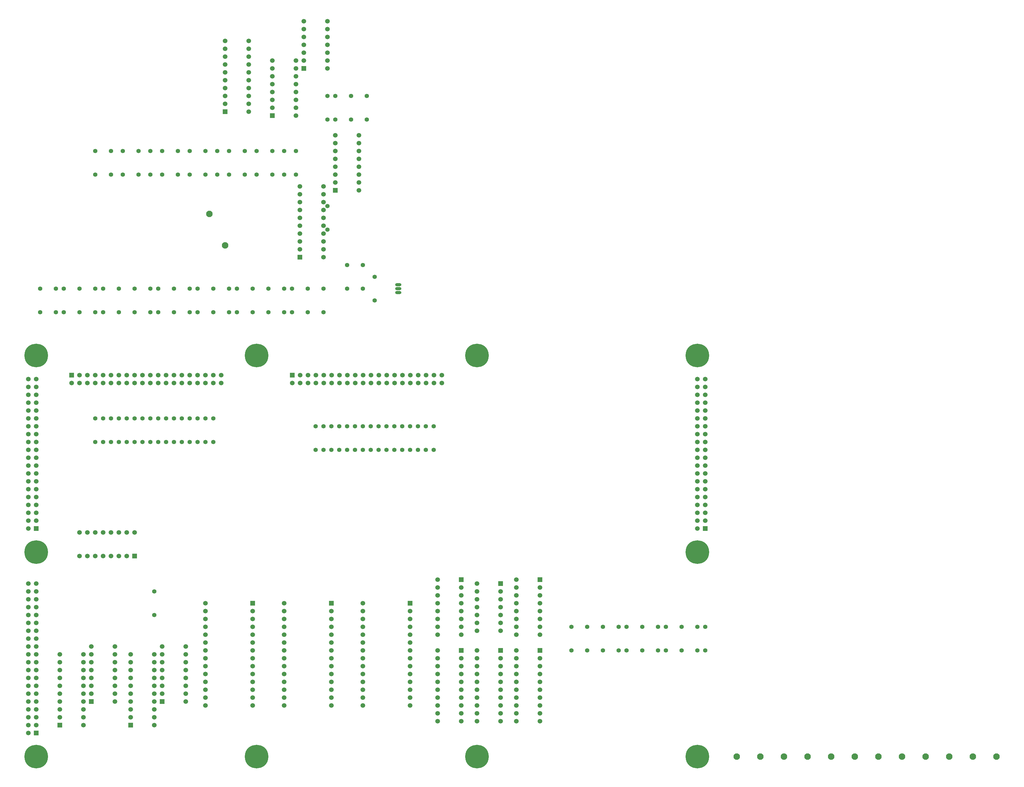
<source format=gtl>
G04*
G04 #@! TF.GenerationSoftware,Altium Limited,Altium Designer,21.9.1 (22)*
G04*
G04 Layer_Physical_Order=1*
G04 Layer_Color=255*
%FSLAX25Y25*%
%MOIN*%
G70*
G04*
G04 #@! TF.SameCoordinates,96388F34-ED53-4079-84C0-77210EF012B4*
G04*
G04*
G04 #@! TF.FilePolarity,Positive*
G04*
G01*
G75*
%ADD25C,0.08268*%
%ADD26C,0.05512*%
%ADD27R,0.05906X0.05906*%
%ADD28C,0.05906*%
%ADD29O,0.07874X0.03937*%
%ADD30O,0.07874X0.03937*%
%ADD31C,0.05906*%
%ADD32R,0.05906X0.05906*%
%ADD33R,0.05906X0.05906*%
%ADD34C,0.30000*%
%ADD35R,0.05906X0.05906*%
D25*
X360000Y770000D02*
D03*
X340000Y810000D02*
D03*
X1100000Y120000D02*
D03*
X1070000D02*
D03*
X1010000D02*
D03*
X1040000D02*
D03*
X1160000D02*
D03*
X1130000D02*
D03*
X1190000D02*
D03*
X1220000D02*
D03*
X1250000D02*
D03*
X1280000D02*
D03*
X1310000D02*
D03*
X1340000D02*
D03*
D26*
X345000Y685000D02*
D03*
Y715000D02*
D03*
X315000Y685000D02*
D03*
Y715000D02*
D03*
X325000Y685000D02*
D03*
Y715000D02*
D03*
X365000Y685000D02*
D03*
Y715000D02*
D03*
X375000Y685000D02*
D03*
Y715000D02*
D03*
X395000Y685000D02*
D03*
Y715000D02*
D03*
X415000Y685000D02*
D03*
Y715000D02*
D03*
X435000Y685000D02*
D03*
Y715000D02*
D03*
X445000Y685000D02*
D03*
Y715000D02*
D03*
X465000Y685000D02*
D03*
Y715000D02*
D03*
X485000Y685000D02*
D03*
Y715000D02*
D03*
X145000Y685000D02*
D03*
Y715000D02*
D03*
X175000Y685000D02*
D03*
Y715000D02*
D03*
X155000Y685000D02*
D03*
Y715000D02*
D03*
X125000Y685000D02*
D03*
Y715000D02*
D03*
X195000Y685000D02*
D03*
Y715000D02*
D03*
X225000Y685000D02*
D03*
Y715000D02*
D03*
X245000Y685000D02*
D03*
Y715000D02*
D03*
X265000Y685000D02*
D03*
Y715000D02*
D03*
X275000Y685000D02*
D03*
Y715000D02*
D03*
X205000Y685000D02*
D03*
Y715000D02*
D03*
X295000Y685000D02*
D03*
Y715000D02*
D03*
X420000Y890000D02*
D03*
Y860000D02*
D03*
X195000Y890000D02*
D03*
Y860000D02*
D03*
X230000Y890000D02*
D03*
Y860000D02*
D03*
X250000Y890000D02*
D03*
Y860000D02*
D03*
X265000Y890000D02*
D03*
Y860000D02*
D03*
X300000Y890000D02*
D03*
Y860000D02*
D03*
X315000Y890000D02*
D03*
Y860000D02*
D03*
X335000Y890000D02*
D03*
Y860000D02*
D03*
X350000Y890000D02*
D03*
Y860000D02*
D03*
X365000Y890000D02*
D03*
Y860000D02*
D03*
X280000Y890000D02*
D03*
Y860000D02*
D03*
X215000Y890000D02*
D03*
Y860000D02*
D03*
X400000Y890000D02*
D03*
Y860000D02*
D03*
X385000Y890000D02*
D03*
Y860000D02*
D03*
X520000Y930000D02*
D03*
Y960000D02*
D03*
X540000Y930000D02*
D03*
Y960000D02*
D03*
X500000Y930000D02*
D03*
Y960000D02*
D03*
X490000Y930000D02*
D03*
Y960000D02*
D03*
X550000Y730000D02*
D03*
Y700000D02*
D03*
X535000Y715000D02*
D03*
Y745000D02*
D03*
X515000D02*
D03*
Y715000D02*
D03*
X490000Y820000D02*
D03*
Y790000D02*
D03*
X435000Y890000D02*
D03*
Y860000D02*
D03*
X450000Y890000D02*
D03*
Y860000D02*
D03*
X270000Y300000D02*
D03*
Y330000D02*
D03*
X565000Y510000D02*
D03*
Y540000D02*
D03*
X555000Y510000D02*
D03*
Y540000D02*
D03*
X575000Y510000D02*
D03*
Y540000D02*
D03*
X475000Y510000D02*
D03*
Y540000D02*
D03*
X485000Y510000D02*
D03*
Y540000D02*
D03*
X625000Y510000D02*
D03*
Y540000D02*
D03*
X505000Y510000D02*
D03*
Y540000D02*
D03*
X515000Y510000D02*
D03*
Y540000D02*
D03*
X495000Y510000D02*
D03*
Y540000D02*
D03*
X535000Y510000D02*
D03*
Y540000D02*
D03*
X545000Y510000D02*
D03*
Y540000D02*
D03*
X525000Y510000D02*
D03*
Y540000D02*
D03*
X605000Y510000D02*
D03*
Y540000D02*
D03*
X615000Y510000D02*
D03*
Y540000D02*
D03*
X595000Y510000D02*
D03*
Y540000D02*
D03*
X585000Y510000D02*
D03*
Y540000D02*
D03*
X205000Y520000D02*
D03*
Y550000D02*
D03*
X215000Y520000D02*
D03*
Y550000D02*
D03*
X225000Y520000D02*
D03*
Y550000D02*
D03*
X235000Y520000D02*
D03*
Y550000D02*
D03*
X265000Y520000D02*
D03*
Y550000D02*
D03*
X275000Y520000D02*
D03*
Y550000D02*
D03*
X285000Y520000D02*
D03*
Y550000D02*
D03*
X295000Y520000D02*
D03*
Y550000D02*
D03*
X195000Y520000D02*
D03*
Y550000D02*
D03*
X245000Y520000D02*
D03*
Y550000D02*
D03*
X255000Y520000D02*
D03*
Y550000D02*
D03*
X305000Y520000D02*
D03*
Y550000D02*
D03*
X325000Y520000D02*
D03*
Y550000D02*
D03*
X335000Y520000D02*
D03*
Y550000D02*
D03*
X315000Y520000D02*
D03*
Y550000D02*
D03*
X345000Y520000D02*
D03*
Y550000D02*
D03*
X970000Y285000D02*
D03*
Y255000D02*
D03*
X960000Y285000D02*
D03*
Y255000D02*
D03*
X940000Y285000D02*
D03*
Y255000D02*
D03*
X920000Y285000D02*
D03*
Y255000D02*
D03*
X910000Y285000D02*
D03*
Y255000D02*
D03*
X890000Y285000D02*
D03*
Y255000D02*
D03*
X870000Y285000D02*
D03*
Y255000D02*
D03*
X860000Y285000D02*
D03*
Y255000D02*
D03*
X840000Y285000D02*
D03*
Y255000D02*
D03*
X820000Y285000D02*
D03*
Y255000D02*
D03*
X800000Y285000D02*
D03*
Y255000D02*
D03*
D27*
X500000Y840000D02*
D03*
X420000Y935000D02*
D03*
X360000Y940000D02*
D03*
X455000Y755000D02*
D03*
X460000Y995000D02*
D03*
X190000Y190000D02*
D03*
X280000D02*
D03*
X240000Y160000D02*
D03*
X150000D02*
D03*
X760000Y345000D02*
D03*
X710000Y340000D02*
D03*
X660000Y345000D02*
D03*
Y255000D02*
D03*
X710000D02*
D03*
X760000D02*
D03*
X495000Y315000D02*
D03*
X395000D02*
D03*
X595000D02*
D03*
D28*
X500000Y850000D02*
D03*
Y860000D02*
D03*
Y870000D02*
D03*
Y880000D02*
D03*
Y890000D02*
D03*
Y900000D02*
D03*
Y910000D02*
D03*
X530000Y840000D02*
D03*
Y850000D02*
D03*
Y860000D02*
D03*
Y870000D02*
D03*
Y880000D02*
D03*
Y890000D02*
D03*
Y900000D02*
D03*
Y910000D02*
D03*
X450000Y1005000D02*
D03*
Y995000D02*
D03*
Y985000D02*
D03*
Y975000D02*
D03*
Y965000D02*
D03*
Y955000D02*
D03*
Y945000D02*
D03*
Y935000D02*
D03*
X420000Y1005000D02*
D03*
Y995000D02*
D03*
Y985000D02*
D03*
Y975000D02*
D03*
Y965000D02*
D03*
Y955000D02*
D03*
Y945000D02*
D03*
X360000Y950000D02*
D03*
Y960000D02*
D03*
Y970000D02*
D03*
Y980000D02*
D03*
Y990000D02*
D03*
Y1000000D02*
D03*
Y1010000D02*
D03*
Y1020000D02*
D03*
Y1030000D02*
D03*
X390000Y940000D02*
D03*
Y960000D02*
D03*
Y970000D02*
D03*
Y980000D02*
D03*
Y990000D02*
D03*
Y1000000D02*
D03*
Y1010000D02*
D03*
Y1020000D02*
D03*
Y1030000D02*
D03*
X485000Y845000D02*
D03*
Y835000D02*
D03*
Y825000D02*
D03*
Y815000D02*
D03*
Y805000D02*
D03*
Y795000D02*
D03*
Y785000D02*
D03*
Y775000D02*
D03*
Y755000D02*
D03*
X455000Y845000D02*
D03*
Y835000D02*
D03*
Y825000D02*
D03*
Y815000D02*
D03*
Y805000D02*
D03*
Y795000D02*
D03*
Y785000D02*
D03*
Y775000D02*
D03*
Y765000D02*
D03*
X460000Y1005000D02*
D03*
Y1015000D02*
D03*
Y1025000D02*
D03*
Y1035000D02*
D03*
Y1045000D02*
D03*
Y1055000D02*
D03*
X490000Y995000D02*
D03*
Y1005000D02*
D03*
Y1015000D02*
D03*
Y1025000D02*
D03*
Y1035000D02*
D03*
Y1045000D02*
D03*
Y1055000D02*
D03*
X220000Y260000D02*
D03*
Y250000D02*
D03*
Y240000D02*
D03*
Y230000D02*
D03*
Y220000D02*
D03*
Y210000D02*
D03*
Y200000D02*
D03*
Y190000D02*
D03*
X190000Y260000D02*
D03*
Y250000D02*
D03*
Y240000D02*
D03*
Y230000D02*
D03*
Y220000D02*
D03*
Y210000D02*
D03*
Y200000D02*
D03*
X310000Y260000D02*
D03*
Y250000D02*
D03*
Y240000D02*
D03*
Y230000D02*
D03*
Y220000D02*
D03*
Y210000D02*
D03*
Y200000D02*
D03*
Y190000D02*
D03*
X280000Y260000D02*
D03*
Y250000D02*
D03*
Y240000D02*
D03*
Y230000D02*
D03*
Y220000D02*
D03*
Y210000D02*
D03*
Y200000D02*
D03*
X240000Y170000D02*
D03*
Y180000D02*
D03*
Y190000D02*
D03*
Y200000D02*
D03*
Y210000D02*
D03*
Y220000D02*
D03*
Y230000D02*
D03*
Y240000D02*
D03*
Y250000D02*
D03*
X270000Y160000D02*
D03*
Y180000D02*
D03*
Y190000D02*
D03*
Y200000D02*
D03*
Y210000D02*
D03*
Y220000D02*
D03*
Y230000D02*
D03*
Y240000D02*
D03*
Y250000D02*
D03*
X150000Y170000D02*
D03*
Y180000D02*
D03*
Y190000D02*
D03*
Y200000D02*
D03*
Y210000D02*
D03*
Y220000D02*
D03*
Y230000D02*
D03*
Y240000D02*
D03*
Y250000D02*
D03*
X180000Y160000D02*
D03*
Y180000D02*
D03*
Y190000D02*
D03*
Y200000D02*
D03*
Y210000D02*
D03*
Y220000D02*
D03*
Y230000D02*
D03*
Y240000D02*
D03*
Y250000D02*
D03*
X730000Y275000D02*
D03*
Y285000D02*
D03*
Y295000D02*
D03*
Y305000D02*
D03*
Y315000D02*
D03*
Y325000D02*
D03*
Y335000D02*
D03*
Y345000D02*
D03*
X760000Y275000D02*
D03*
Y285000D02*
D03*
Y295000D02*
D03*
Y305000D02*
D03*
Y315000D02*
D03*
Y325000D02*
D03*
Y335000D02*
D03*
X175000Y405000D02*
D03*
X185000D02*
D03*
X195000D02*
D03*
X205000D02*
D03*
X215000D02*
D03*
X225000D02*
D03*
X235000D02*
D03*
X245000D02*
D03*
X175000Y375000D02*
D03*
X185000D02*
D03*
X195000D02*
D03*
X205000D02*
D03*
X215000D02*
D03*
X225000D02*
D03*
X235000D02*
D03*
X710000Y330000D02*
D03*
Y320000D02*
D03*
Y310000D02*
D03*
Y300000D02*
D03*
Y290000D02*
D03*
Y280000D02*
D03*
X680000Y340000D02*
D03*
Y330000D02*
D03*
Y320000D02*
D03*
Y310000D02*
D03*
Y300000D02*
D03*
Y290000D02*
D03*
Y280000D02*
D03*
X630000Y275000D02*
D03*
Y285000D02*
D03*
Y295000D02*
D03*
Y305000D02*
D03*
Y315000D02*
D03*
Y325000D02*
D03*
Y335000D02*
D03*
Y345000D02*
D03*
X660000Y275000D02*
D03*
Y285000D02*
D03*
Y295000D02*
D03*
Y305000D02*
D03*
Y315000D02*
D03*
Y325000D02*
D03*
Y335000D02*
D03*
Y245000D02*
D03*
Y235000D02*
D03*
Y225000D02*
D03*
Y215000D02*
D03*
Y205000D02*
D03*
Y195000D02*
D03*
Y185000D02*
D03*
Y175000D02*
D03*
Y165000D02*
D03*
X630000Y255000D02*
D03*
Y235000D02*
D03*
Y225000D02*
D03*
Y215000D02*
D03*
Y205000D02*
D03*
Y195000D02*
D03*
Y185000D02*
D03*
Y175000D02*
D03*
Y165000D02*
D03*
X710000Y245000D02*
D03*
Y235000D02*
D03*
Y225000D02*
D03*
Y215000D02*
D03*
Y205000D02*
D03*
Y195000D02*
D03*
Y185000D02*
D03*
Y175000D02*
D03*
Y165000D02*
D03*
X680000Y255000D02*
D03*
Y235000D02*
D03*
Y225000D02*
D03*
Y215000D02*
D03*
Y205000D02*
D03*
Y195000D02*
D03*
Y185000D02*
D03*
Y175000D02*
D03*
Y165000D02*
D03*
X760000Y245000D02*
D03*
Y235000D02*
D03*
Y225000D02*
D03*
Y215000D02*
D03*
Y205000D02*
D03*
Y195000D02*
D03*
Y185000D02*
D03*
Y175000D02*
D03*
Y165000D02*
D03*
X730000Y255000D02*
D03*
Y235000D02*
D03*
Y225000D02*
D03*
Y215000D02*
D03*
Y205000D02*
D03*
Y195000D02*
D03*
Y185000D02*
D03*
Y175000D02*
D03*
Y165000D02*
D03*
X435000Y185000D02*
D03*
Y195000D02*
D03*
Y205000D02*
D03*
Y215000D02*
D03*
Y225000D02*
D03*
Y235000D02*
D03*
Y245000D02*
D03*
Y255000D02*
D03*
Y265000D02*
D03*
Y275000D02*
D03*
Y285000D02*
D03*
Y295000D02*
D03*
Y305000D02*
D03*
Y315000D02*
D03*
X495000Y185000D02*
D03*
Y195000D02*
D03*
Y205000D02*
D03*
Y215000D02*
D03*
Y225000D02*
D03*
Y235000D02*
D03*
Y245000D02*
D03*
Y255000D02*
D03*
Y265000D02*
D03*
Y275000D02*
D03*
Y285000D02*
D03*
Y295000D02*
D03*
Y305000D02*
D03*
X335000Y185000D02*
D03*
Y195000D02*
D03*
Y205000D02*
D03*
Y215000D02*
D03*
Y225000D02*
D03*
Y235000D02*
D03*
Y245000D02*
D03*
Y255000D02*
D03*
Y265000D02*
D03*
Y275000D02*
D03*
Y285000D02*
D03*
Y295000D02*
D03*
Y305000D02*
D03*
Y315000D02*
D03*
X395000Y185000D02*
D03*
Y195000D02*
D03*
Y205000D02*
D03*
Y215000D02*
D03*
Y225000D02*
D03*
Y235000D02*
D03*
Y245000D02*
D03*
Y255000D02*
D03*
Y265000D02*
D03*
Y275000D02*
D03*
Y285000D02*
D03*
Y295000D02*
D03*
Y305000D02*
D03*
X535000Y185000D02*
D03*
Y195000D02*
D03*
Y205000D02*
D03*
Y215000D02*
D03*
Y225000D02*
D03*
Y235000D02*
D03*
Y245000D02*
D03*
Y255000D02*
D03*
Y265000D02*
D03*
Y275000D02*
D03*
Y285000D02*
D03*
Y295000D02*
D03*
Y305000D02*
D03*
Y315000D02*
D03*
X595000Y185000D02*
D03*
Y195000D02*
D03*
Y205000D02*
D03*
Y215000D02*
D03*
Y225000D02*
D03*
Y235000D02*
D03*
Y245000D02*
D03*
Y255000D02*
D03*
Y265000D02*
D03*
Y275000D02*
D03*
Y285000D02*
D03*
Y295000D02*
D03*
Y305000D02*
D03*
D29*
X580000Y720000D02*
D03*
Y710000D02*
D03*
D30*
Y715000D02*
D03*
D31*
X390000Y950000D02*
D03*
X485000Y765000D02*
D03*
X270000Y170000D02*
D03*
X180000D02*
D03*
X630000Y245000D02*
D03*
X680000D02*
D03*
X730000D02*
D03*
X635501Y595000D02*
D03*
Y605000D02*
D03*
X625501Y595000D02*
D03*
Y605000D02*
D03*
X615501Y595000D02*
D03*
Y605000D02*
D03*
X605501Y595000D02*
D03*
Y605000D02*
D03*
X595501Y595000D02*
D03*
Y605000D02*
D03*
X585501Y595000D02*
D03*
Y605000D02*
D03*
X575501Y595000D02*
D03*
Y605000D02*
D03*
X565501Y595000D02*
D03*
Y605000D02*
D03*
X555501Y595000D02*
D03*
Y605000D02*
D03*
X545501Y595000D02*
D03*
Y605000D02*
D03*
X535501Y595000D02*
D03*
Y605000D02*
D03*
X525501Y595000D02*
D03*
Y605000D02*
D03*
X515501Y595000D02*
D03*
Y605000D02*
D03*
X505501Y595000D02*
D03*
Y605000D02*
D03*
X495501Y595000D02*
D03*
Y605000D02*
D03*
X485501Y595000D02*
D03*
Y605000D02*
D03*
X475501Y595000D02*
D03*
Y605000D02*
D03*
X465501Y595000D02*
D03*
Y605000D02*
D03*
X455501Y595000D02*
D03*
Y605000D02*
D03*
X445501Y595000D02*
D03*
X165000D02*
D03*
X175000Y605000D02*
D03*
Y595000D02*
D03*
X185000Y605000D02*
D03*
Y595000D02*
D03*
X195000Y605000D02*
D03*
Y595000D02*
D03*
X205000Y605000D02*
D03*
Y595000D02*
D03*
X215000Y605000D02*
D03*
Y595000D02*
D03*
X225000Y605000D02*
D03*
Y595000D02*
D03*
X235000Y605000D02*
D03*
Y595000D02*
D03*
X245000Y605000D02*
D03*
Y595000D02*
D03*
X255000Y605000D02*
D03*
Y595000D02*
D03*
X265000Y605000D02*
D03*
Y595000D02*
D03*
X275000Y605000D02*
D03*
Y595000D02*
D03*
X285000Y605000D02*
D03*
Y595000D02*
D03*
X295000Y605000D02*
D03*
Y595000D02*
D03*
X305000Y605000D02*
D03*
Y595000D02*
D03*
X315000Y605000D02*
D03*
Y595000D02*
D03*
X325000Y605000D02*
D03*
Y595000D02*
D03*
X335000Y605000D02*
D03*
Y595000D02*
D03*
X345000Y605000D02*
D03*
Y595000D02*
D03*
X355000Y605000D02*
D03*
Y595000D02*
D03*
X110000Y600000D02*
D03*
X120000D02*
D03*
X110000Y590000D02*
D03*
X120000D02*
D03*
X110000Y580000D02*
D03*
X120000D02*
D03*
X110000Y570000D02*
D03*
X120000D02*
D03*
X110000Y560000D02*
D03*
X120000D02*
D03*
X110000Y550000D02*
D03*
X120000D02*
D03*
X110000Y540000D02*
D03*
X120000D02*
D03*
X110000Y530000D02*
D03*
X120000D02*
D03*
X110000Y520000D02*
D03*
X120000D02*
D03*
X110000Y510000D02*
D03*
X120000D02*
D03*
X110000Y500000D02*
D03*
X120000D02*
D03*
X110000Y490000D02*
D03*
X120000D02*
D03*
X110000Y480000D02*
D03*
X120000D02*
D03*
X110000Y470000D02*
D03*
X120000D02*
D03*
X110000Y460000D02*
D03*
X120000D02*
D03*
X110000Y450000D02*
D03*
X120000D02*
D03*
X110000Y440000D02*
D03*
X120000D02*
D03*
X110000Y430000D02*
D03*
X120000D02*
D03*
X110000Y420000D02*
D03*
X120000D02*
D03*
X110000Y410000D02*
D03*
X960000Y600000D02*
D03*
X970000D02*
D03*
X960000Y590000D02*
D03*
X970000D02*
D03*
X960000Y580000D02*
D03*
X970000D02*
D03*
X960000Y570000D02*
D03*
X970000D02*
D03*
X960000Y560000D02*
D03*
X970000D02*
D03*
X960000Y550000D02*
D03*
X970000D02*
D03*
X960000Y540000D02*
D03*
X970000D02*
D03*
X960000Y530000D02*
D03*
X970000D02*
D03*
X960000Y520000D02*
D03*
X970000D02*
D03*
X960000Y510000D02*
D03*
X970000D02*
D03*
X960000Y500000D02*
D03*
X970000D02*
D03*
X960000Y490000D02*
D03*
X970000D02*
D03*
X960000Y480000D02*
D03*
X970000D02*
D03*
X960000Y470000D02*
D03*
X970000D02*
D03*
X960000Y460000D02*
D03*
X970000D02*
D03*
X960000Y450000D02*
D03*
X970000D02*
D03*
X960000Y440000D02*
D03*
X970000D02*
D03*
X960000Y430000D02*
D03*
X970000D02*
D03*
X960000Y420000D02*
D03*
X970000D02*
D03*
X960000Y410000D02*
D03*
X110000Y340000D02*
D03*
X120000D02*
D03*
X110000Y330000D02*
D03*
X120000D02*
D03*
X110000Y320000D02*
D03*
X120000D02*
D03*
X110000Y310000D02*
D03*
X120000D02*
D03*
X110000Y300000D02*
D03*
X120000D02*
D03*
X110000Y290000D02*
D03*
X120000D02*
D03*
X110000Y280000D02*
D03*
X120000D02*
D03*
X110000Y270000D02*
D03*
X120000D02*
D03*
X110000Y260000D02*
D03*
X120000D02*
D03*
X110000Y250000D02*
D03*
X120000D02*
D03*
X110000Y240000D02*
D03*
X120000D02*
D03*
X110000Y230000D02*
D03*
X120000D02*
D03*
X110000Y220000D02*
D03*
X120000D02*
D03*
X110000Y210000D02*
D03*
X120000D02*
D03*
X110000Y200000D02*
D03*
X120000D02*
D03*
X110000Y190000D02*
D03*
X120000D02*
D03*
X110000Y180000D02*
D03*
X120000D02*
D03*
X110000Y170000D02*
D03*
X120000D02*
D03*
X110000Y160000D02*
D03*
X120000D02*
D03*
X110000Y150000D02*
D03*
D32*
X245000Y375000D02*
D03*
D33*
X445501Y605000D02*
D03*
X165000D02*
D03*
D34*
X960000Y380000D02*
D03*
Y630000D02*
D03*
X680000D02*
D03*
X960000Y120000D02*
D03*
X400000D02*
D03*
X120000D02*
D03*
Y630000D02*
D03*
X680000Y120000D02*
D03*
X400000Y630000D02*
D03*
X120000Y380000D02*
D03*
D35*
Y410000D02*
D03*
X970000D02*
D03*
X120000Y150000D02*
D03*
M02*

</source>
